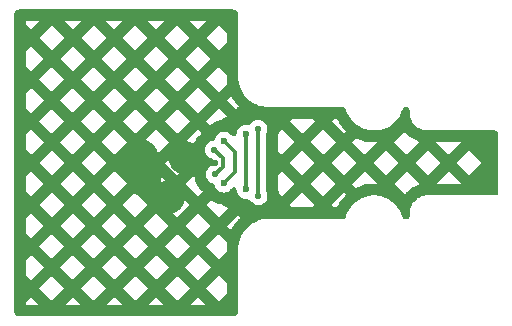
<source format=gbr>
%TF.GenerationSoftware,KiCad,Pcbnew,8.0.4*%
%TF.CreationDate,2024-07-27T12:09:47+02:00*%
%TF.ProjectId,PA3194G822_R03,50413331-3934-4473-9832-325f5230332e,3*%
%TF.SameCoordinates,Original*%
%TF.FileFunction,Copper,L2,Bot*%
%TF.FilePolarity,Positive*%
%FSLAX46Y46*%
G04 Gerber Fmt 4.6, Leading zero omitted, Abs format (unit mm)*
G04 Created by KiCad (PCBNEW 8.0.4) date 2024-07-27 12:09:47*
%MOMM*%
%LPD*%
G01*
G04 APERTURE LIST*
%TA.AperFunction,ViaPad*%
%ADD10C,0.600000*%
%TD*%
%TA.AperFunction,ViaPad*%
%ADD11C,0.550000*%
%TD*%
%TA.AperFunction,Conductor*%
%ADD12C,0.300000*%
%TD*%
G04 APERTURE END LIST*
D10*
%TO.N,GND*%
X119015000Y-99580000D03*
X123060000Y-97340000D03*
X115290000Y-99420000D03*
D11*
X121520000Y-100000000D03*
D10*
X123080000Y-102480000D03*
X124250000Y-96440000D03*
X117580000Y-102890000D03*
D11*
X120910000Y-100000000D03*
D10*
X115560000Y-101490000D03*
X124540000Y-103570000D03*
D11*
%TO.N,/VDD*%
X121475000Y-98875000D03*
X121540000Y-100980000D03*
D10*
%TO.N,/SPI_CS*%
X122300000Y-98150000D03*
X122275000Y-101700000D03*
%TO.N,/SPI_SDI*%
X124150000Y-97575000D03*
X124175000Y-102250000D03*
D11*
%TO.N,/SPI_CLK*%
X125180000Y-97120000D03*
X125180000Y-102790000D03*
%TD*%
D12*
%TO.N,/VDD*%
X122170000Y-100350000D02*
X122170000Y-99570000D01*
X121540000Y-100980000D02*
X122170000Y-100350000D01*
X122170000Y-99570000D02*
X121475000Y-98875000D01*
%TO.N,/SPI_CS*%
X123230000Y-100745000D02*
X122275000Y-101700000D01*
X122300000Y-98150000D02*
X123230000Y-99080000D01*
X123230000Y-99080000D02*
X123230000Y-100745000D01*
%TO.N,/SPI_SDI*%
X124175000Y-102250000D02*
X124175000Y-97600000D01*
X124150000Y-102225000D02*
X124175000Y-102250000D01*
X124175000Y-97600000D02*
X124150000Y-97575000D01*
%TO.N,/SPI_CLK*%
X125180000Y-97120000D02*
X125180000Y-102790000D01*
%TD*%
%TA.AperFunction,Conductor*%
%TO.N,GND*%
G36*
X123013882Y-87002064D02*
G01*
X123083282Y-87009884D01*
X123137622Y-87022287D01*
X123190248Y-87040701D01*
X123240480Y-87064892D01*
X123287674Y-87094546D01*
X123331268Y-87129310D01*
X123370689Y-87168731D01*
X123405453Y-87212325D01*
X123435107Y-87259519D01*
X123459300Y-87309756D01*
X123477710Y-87362369D01*
X123490117Y-87416727D01*
X123492075Y-87434108D01*
X123497934Y-87486100D01*
X123499500Y-87513981D01*
X123499500Y-92684108D01*
X123499500Y-92750000D01*
X123499500Y-92901252D01*
X123524435Y-93106614D01*
X123535962Y-93201546D01*
X123608357Y-93495267D01*
X123715624Y-93778107D01*
X123715632Y-93778124D01*
X123856200Y-94045954D01*
X123856211Y-94045972D01*
X123986161Y-94234237D01*
X124028050Y-94294924D01*
X124228648Y-94521352D01*
X124455076Y-94721950D01*
X124455085Y-94721956D01*
X124684609Y-94880385D01*
X124704033Y-94893792D01*
X124704036Y-94893794D01*
X124704045Y-94893799D01*
X124971875Y-95034367D01*
X124971880Y-95034369D01*
X124971887Y-95034373D01*
X125254734Y-95141643D01*
X125548449Y-95214037D01*
X125848748Y-95250500D01*
X125934108Y-95250500D01*
X132352948Y-95250500D01*
X132448236Y-95269454D01*
X132529018Y-95323430D01*
X132582994Y-95404212D01*
X132594712Y-95439909D01*
X132608356Y-95495263D01*
X132715624Y-95778107D01*
X132715632Y-95778124D01*
X132856200Y-96045954D01*
X132856211Y-96045972D01*
X133014791Y-96275715D01*
X133028050Y-96294924D01*
X133228648Y-96521352D01*
X133455076Y-96721950D01*
X133519466Y-96766395D01*
X133684609Y-96880385D01*
X133704033Y-96893792D01*
X133704036Y-96893794D01*
X133704045Y-96893799D01*
X133971875Y-97034367D01*
X133971880Y-97034369D01*
X133971887Y-97034373D01*
X134254734Y-97141643D01*
X134548449Y-97214037D01*
X134848748Y-97250500D01*
X134848754Y-97250500D01*
X135151246Y-97250500D01*
X135151252Y-97250500D01*
X135451551Y-97214037D01*
X135745266Y-97141643D01*
X136028113Y-97034373D01*
X136230542Y-96928130D01*
X136295954Y-96893799D01*
X136295956Y-96893797D01*
X136295967Y-96893792D01*
X136544924Y-96721950D01*
X136771352Y-96521352D01*
X136971950Y-96294924D01*
X137143792Y-96045967D01*
X137284373Y-95778113D01*
X137391643Y-95495266D01*
X137398131Y-95468940D01*
X137405288Y-95439909D01*
X137446496Y-95351926D01*
X137518236Y-95286410D01*
X137609588Y-95253335D01*
X137647052Y-95250500D01*
X137750500Y-95250500D01*
X137845788Y-95269454D01*
X137926570Y-95323430D01*
X137980546Y-95404212D01*
X137999500Y-95499500D01*
X137999500Y-95684108D01*
X137999500Y-95750000D01*
X137999500Y-95857318D01*
X138030046Y-96069769D01*
X138090516Y-96275710D01*
X138090517Y-96275713D01*
X138090518Y-96275715D01*
X138090519Y-96275718D01*
X138179677Y-96470946D01*
X138179684Y-96470959D01*
X138213200Y-96523110D01*
X138295719Y-96651513D01*
X138436276Y-96813724D01*
X138598487Y-96954281D01*
X138723117Y-97034375D01*
X138779040Y-97070315D01*
X138779044Y-97070317D01*
X138779050Y-97070321D01*
X138974290Y-97159484D01*
X139180231Y-97219954D01*
X139392682Y-97250500D01*
X139434108Y-97250500D01*
X145250500Y-97250500D01*
X145345788Y-97269454D01*
X145426570Y-97323430D01*
X145480546Y-97404212D01*
X145499500Y-97499500D01*
X145499500Y-102500500D01*
X145480546Y-102595788D01*
X145426570Y-102676570D01*
X145345788Y-102730546D01*
X145250500Y-102749500D01*
X139565892Y-102749500D01*
X139500000Y-102749500D01*
X139392682Y-102749500D01*
X139180231Y-102780046D01*
X138974290Y-102840516D01*
X138974288Y-102840516D01*
X138974284Y-102840518D01*
X138974281Y-102840519D01*
X138779053Y-102929677D01*
X138779040Y-102929684D01*
X138658251Y-103007311D01*
X138598487Y-103045719D01*
X138581697Y-103060268D01*
X138436281Y-103186271D01*
X138436271Y-103186281D01*
X138358031Y-103276575D01*
X138295719Y-103348487D01*
X138295714Y-103348495D01*
X138179684Y-103529040D01*
X138179677Y-103529053D01*
X138090519Y-103724281D01*
X138090518Y-103724284D01*
X138090516Y-103724288D01*
X138090516Y-103724290D01*
X138030046Y-103930231D01*
X138000526Y-104135552D01*
X137999500Y-104142685D01*
X137999500Y-104500500D01*
X137980546Y-104595788D01*
X137926570Y-104676570D01*
X137845788Y-104730546D01*
X137750500Y-104749500D01*
X137647052Y-104749500D01*
X137551764Y-104730546D01*
X137470982Y-104676570D01*
X137417006Y-104595788D01*
X137405288Y-104560091D01*
X137391643Y-104504736D01*
X137391643Y-104504734D01*
X137284373Y-104221887D01*
X137284367Y-104221875D01*
X137143799Y-103954045D01*
X137143788Y-103954027D01*
X137053962Y-103823891D01*
X136971950Y-103705076D01*
X136771352Y-103478648D01*
X136544924Y-103278050D01*
X136542747Y-103276547D01*
X136295972Y-103106211D01*
X136295954Y-103106200D01*
X136028124Y-102965632D01*
X136028107Y-102965624D01*
X135745267Y-102858357D01*
X135594084Y-102821094D01*
X135451551Y-102785963D01*
X135451549Y-102785962D01*
X135451547Y-102785962D01*
X135327277Y-102770873D01*
X135151252Y-102749500D01*
X134848748Y-102749500D01*
X134672722Y-102770873D01*
X134548453Y-102785962D01*
X134254732Y-102858357D01*
X133971892Y-102965624D01*
X133971875Y-102965632D01*
X133704045Y-103106200D01*
X133704027Y-103106211D01*
X133455085Y-103278043D01*
X133455072Y-103278053D01*
X133228653Y-103478643D01*
X133228643Y-103478653D01*
X133028053Y-103705072D01*
X133028043Y-103705085D01*
X132856211Y-103954027D01*
X132856200Y-103954045D01*
X132715632Y-104221875D01*
X132715624Y-104221892D01*
X132608356Y-104504736D01*
X132594712Y-104560091D01*
X132553504Y-104648074D01*
X132481764Y-104713590D01*
X132390412Y-104746665D01*
X132352948Y-104749500D01*
X126065892Y-104749500D01*
X126000000Y-104749500D01*
X125848748Y-104749500D01*
X125672722Y-104770873D01*
X125548453Y-104785962D01*
X125254732Y-104858357D01*
X124971892Y-104965624D01*
X124971875Y-104965632D01*
X124704045Y-105106200D01*
X124704027Y-105106211D01*
X124455085Y-105278043D01*
X124455072Y-105278053D01*
X124228653Y-105478643D01*
X124228643Y-105478653D01*
X124028053Y-105705072D01*
X124028043Y-105705085D01*
X123856211Y-105954027D01*
X123856200Y-105954045D01*
X123715632Y-106221875D01*
X123715624Y-106221892D01*
X123608357Y-106504732D01*
X123535962Y-106798453D01*
X123532430Y-106827542D01*
X123499500Y-107098748D01*
X123499500Y-107098754D01*
X123499500Y-112486018D01*
X123497934Y-112513899D01*
X123490117Y-112583272D01*
X123477710Y-112637630D01*
X123459300Y-112690243D01*
X123435107Y-112740480D01*
X123405453Y-112787674D01*
X123370689Y-112831268D01*
X123331268Y-112870689D01*
X123287674Y-112905453D01*
X123240480Y-112935107D01*
X123190243Y-112959300D01*
X123137630Y-112977710D01*
X123083272Y-112990117D01*
X123047446Y-112994153D01*
X123013897Y-112997934D01*
X122986018Y-112999500D01*
X105013982Y-112999500D01*
X104986102Y-112997934D01*
X104916727Y-112990117D01*
X104862371Y-112977710D01*
X104809755Y-112959299D01*
X104759519Y-112935107D01*
X104712325Y-112905453D01*
X104668731Y-112870689D01*
X104629310Y-112831268D01*
X104594546Y-112787674D01*
X104564892Y-112740480D01*
X104540701Y-112690248D01*
X104522287Y-112637622D01*
X104509884Y-112583282D01*
X104502064Y-112513882D01*
X104500500Y-112486018D01*
X104500500Y-111752558D01*
X105498500Y-111752558D01*
X105498500Y-112001500D01*
X106627968Y-112001500D01*
X108785093Y-112001500D01*
X110163502Y-112001500D01*
X112320627Y-112001500D01*
X113699036Y-112001500D01*
X115856161Y-112001500D01*
X117234570Y-112001500D01*
X119391694Y-112001500D01*
X120770104Y-112001500D01*
X120080899Y-111312295D01*
X119391694Y-112001500D01*
X117234570Y-112001500D01*
X116545365Y-111312295D01*
X115856161Y-112001500D01*
X113699036Y-112001500D01*
X113009831Y-111312295D01*
X112320627Y-112001500D01*
X110163502Y-112001500D01*
X109474297Y-111312295D01*
X108785093Y-112001500D01*
X106627968Y-112001500D01*
X105938763Y-111312295D01*
X105498500Y-111752558D01*
X104500500Y-111752558D01*
X104500500Y-110606601D01*
X106644456Y-110606601D01*
X107706530Y-111668675D01*
X108768603Y-110606601D01*
X110179990Y-110606601D01*
X111242064Y-111668675D01*
X112304137Y-110606601D01*
X113715524Y-110606601D01*
X114777598Y-111668675D01*
X115839671Y-110606601D01*
X117251058Y-110606601D01*
X118313132Y-111668675D01*
X119375205Y-110606601D01*
X120786592Y-110606601D01*
X121848665Y-111668675D01*
X122501500Y-111015841D01*
X122501500Y-110197362D01*
X121848666Y-109544528D01*
X120786592Y-110606601D01*
X119375205Y-110606601D01*
X118313132Y-109544528D01*
X117251058Y-110606601D01*
X115839671Y-110606601D01*
X114777598Y-109544528D01*
X113715524Y-110606601D01*
X112304137Y-110606601D01*
X111242064Y-109544528D01*
X110179990Y-110606601D01*
X108768603Y-110606601D01*
X107706530Y-109544528D01*
X106644456Y-110606601D01*
X104500500Y-110606601D01*
X104500500Y-108217024D01*
X105498500Y-108217024D01*
X105498500Y-109460645D01*
X105938763Y-109900908D01*
X107000836Y-108838834D01*
X108412223Y-108838834D01*
X109474297Y-109900908D01*
X110536370Y-108838834D01*
X111947757Y-108838834D01*
X113009831Y-109900908D01*
X114071904Y-108838834D01*
X115483291Y-108838834D01*
X116545365Y-109900908D01*
X117607438Y-108838834D01*
X119018825Y-108838834D01*
X120080899Y-109900908D01*
X121142972Y-108838834D01*
X120080899Y-107776761D01*
X119018825Y-108838834D01*
X117607438Y-108838834D01*
X116545365Y-107776761D01*
X115483291Y-108838834D01*
X114071904Y-108838834D01*
X113009831Y-107776761D01*
X111947757Y-108838834D01*
X110536370Y-108838834D01*
X109474297Y-107776761D01*
X108412223Y-108838834D01*
X107000836Y-108838834D01*
X105938763Y-107776761D01*
X105498500Y-108217024D01*
X104500500Y-108217024D01*
X104500500Y-107071067D01*
X106644456Y-107071067D01*
X107706530Y-108133141D01*
X108768603Y-107071067D01*
X110179990Y-107071067D01*
X111242064Y-108133141D01*
X112304137Y-107071067D01*
X113715524Y-107071067D01*
X114777598Y-108133141D01*
X115839671Y-107071067D01*
X117251058Y-107071067D01*
X118313132Y-108133141D01*
X119375205Y-107071067D01*
X120786592Y-107071067D01*
X121848665Y-108133141D01*
X122501500Y-107480307D01*
X122501500Y-107083668D01*
X122501614Y-107076137D01*
X122502071Y-107061033D01*
X122502411Y-107053527D01*
X122504232Y-107023428D01*
X122504801Y-107015919D01*
X122506168Y-107000884D01*
X122506960Y-106993418D01*
X122542270Y-106702598D01*
X121848666Y-106008994D01*
X120786592Y-107071067D01*
X119375205Y-107071067D01*
X118313132Y-106008994D01*
X117251058Y-107071067D01*
X115839671Y-107071067D01*
X114777598Y-106008994D01*
X113715524Y-107071067D01*
X112304137Y-107071067D01*
X111242064Y-106008994D01*
X110179990Y-107071067D01*
X108768603Y-107071067D01*
X107706530Y-106008994D01*
X106644456Y-107071067D01*
X104500500Y-107071067D01*
X104500500Y-104681490D01*
X105498500Y-104681490D01*
X105498500Y-105925111D01*
X105938763Y-106365374D01*
X107000836Y-105303300D01*
X108412223Y-105303300D01*
X109474297Y-106365374D01*
X110536370Y-105303300D01*
X111947757Y-105303300D01*
X113009831Y-106365374D01*
X114071904Y-105303300D01*
X115483291Y-105303300D01*
X116545365Y-106365374D01*
X117607438Y-105303300D01*
X119018825Y-105303300D01*
X120080899Y-106365374D01*
X121142971Y-105303301D01*
X122554358Y-105303301D01*
X122892936Y-105641879D01*
X122979530Y-105476890D01*
X122983125Y-105470284D01*
X122990545Y-105457128D01*
X122994336Y-105450637D01*
X123009935Y-105424832D01*
X123013927Y-105418449D01*
X123022128Y-105405765D01*
X123026305Y-105399513D01*
X123215277Y-105125739D01*
X123219642Y-105119615D01*
X123228596Y-105107446D01*
X123233149Y-105101450D01*
X123251746Y-105077714D01*
X123256469Y-105071870D01*
X123266138Y-105060268D01*
X123271041Y-105054563D01*
X123491632Y-104805567D01*
X123496705Y-104800011D01*
X123507058Y-104789013D01*
X123512294Y-104783616D01*
X123533616Y-104762294D01*
X123539013Y-104757058D01*
X123550011Y-104746705D01*
X123555567Y-104741632D01*
X123653469Y-104654897D01*
X123518748Y-104532082D01*
X123487793Y-104498126D01*
X123432608Y-104425050D01*
X122554358Y-105303301D01*
X121142971Y-105303301D01*
X121142972Y-105303300D01*
X120080899Y-104241227D01*
X119018825Y-105303300D01*
X117607438Y-105303300D01*
X116545459Y-104241321D01*
X117956846Y-104241321D01*
X118313132Y-104597607D01*
X119375205Y-103535533D01*
X120786592Y-103535533D01*
X121848666Y-104597607D01*
X122637417Y-103808855D01*
X122475256Y-103746034D01*
X122434124Y-103725552D01*
X122252920Y-103613356D01*
X122216250Y-103585665D01*
X122113109Y-103491638D01*
X121956166Y-103473956D01*
X121942334Y-103472004D01*
X121914667Y-103467303D01*
X121900966Y-103464577D01*
X121846345Y-103452109D01*
X121832822Y-103448620D01*
X121805867Y-103440854D01*
X121792562Y-103436614D01*
X121569421Y-103358533D01*
X121556379Y-103353554D01*
X121530463Y-103342820D01*
X121517713Y-103337116D01*
X121467236Y-103312809D01*
X121454818Y-103306393D01*
X121430257Y-103292818D01*
X121418232Y-103285725D01*
X121218051Y-103159944D01*
X121206436Y-103152183D01*
X121185089Y-103137036D01*
X120786592Y-103535533D01*
X119375205Y-103535533D01*
X118963341Y-103123669D01*
X118963200Y-103125192D01*
X118954757Y-103170359D01*
X118896432Y-103375350D01*
X118879833Y-103418196D01*
X118784835Y-103608979D01*
X118760645Y-103648048D01*
X118632207Y-103818126D01*
X118601252Y-103852082D01*
X118443750Y-103995665D01*
X118407080Y-104023356D01*
X118225876Y-104135552D01*
X118184744Y-104156034D01*
X117986010Y-104233024D01*
X117956846Y-104241321D01*
X116545459Y-104241321D01*
X116545365Y-104241227D01*
X115483291Y-105303300D01*
X114071904Y-105303300D01*
X113009831Y-104241227D01*
X111947757Y-105303300D01*
X110536370Y-105303300D01*
X109474297Y-104241227D01*
X108412223Y-105303300D01*
X107000836Y-105303300D01*
X105938763Y-104241227D01*
X105498500Y-104681490D01*
X104500500Y-104681490D01*
X104500500Y-103535533D01*
X106644456Y-103535533D01*
X107706530Y-104597607D01*
X108768603Y-103535533D01*
X110179990Y-103535533D01*
X111242064Y-104597607D01*
X112304137Y-103535533D01*
X113715524Y-103535533D01*
X114777598Y-104597607D01*
X115839671Y-103535533D01*
X115126520Y-102822382D01*
X114955256Y-102756034D01*
X114914124Y-102735552D01*
X114732920Y-102623356D01*
X114696250Y-102595665D01*
X114674876Y-102576180D01*
X113715524Y-103535533D01*
X112304137Y-103535533D01*
X111242064Y-102473460D01*
X110179990Y-103535533D01*
X108768603Y-103535533D01*
X107706530Y-102473460D01*
X106644456Y-103535533D01*
X104500500Y-103535533D01*
X104500500Y-101145956D01*
X105498500Y-101145956D01*
X105498500Y-102389577D01*
X105938763Y-102829840D01*
X107000836Y-101767766D01*
X108412223Y-101767766D01*
X109474297Y-102829840D01*
X110536370Y-101767766D01*
X111947757Y-101767766D01*
X113009831Y-102829840D01*
X114071904Y-101767766D01*
X119018824Y-101767766D01*
X120080898Y-102829840D01*
X120493777Y-102416961D01*
X120487127Y-102412517D01*
X120464246Y-102396282D01*
X120453092Y-102387888D01*
X120409289Y-102352958D01*
X120398612Y-102343943D01*
X120377689Y-102325245D01*
X120367540Y-102315650D01*
X120204350Y-102152460D01*
X120194755Y-102142311D01*
X120176057Y-102121388D01*
X120167042Y-102110711D01*
X120132112Y-102066908D01*
X120123718Y-102055754D01*
X120107483Y-102032873D01*
X120099721Y-102021257D01*
X119976942Y-101825851D01*
X119969851Y-101813830D01*
X119956280Y-101789277D01*
X119949867Y-101776863D01*
X119925560Y-101726390D01*
X119919852Y-101713634D01*
X119909115Y-101687711D01*
X119904137Y-101674669D01*
X119827914Y-101456841D01*
X119823673Y-101443535D01*
X119815907Y-101416580D01*
X119812418Y-101403057D01*
X119799950Y-101348436D01*
X119797224Y-101334733D01*
X119792523Y-101307065D01*
X119790571Y-101293234D01*
X119764732Y-101063901D01*
X119763558Y-101049983D01*
X119762125Y-101024466D01*
X119018824Y-101767766D01*
X114071904Y-101767766D01*
X113353667Y-101049529D01*
X116889201Y-101049529D01*
X116934757Y-101209641D01*
X116943200Y-101254808D01*
X116962865Y-101467025D01*
X116962865Y-101512975D01*
X116951483Y-101635803D01*
X116975256Y-101623966D01*
X117173990Y-101546976D01*
X117218185Y-101534402D01*
X117349522Y-101509850D01*
X116889201Y-101049529D01*
X113353667Y-101049529D01*
X113009831Y-100705693D01*
X111947757Y-101767766D01*
X110536370Y-101767766D01*
X109474297Y-100705693D01*
X108412223Y-101767766D01*
X107000836Y-101767766D01*
X105938763Y-100705693D01*
X105498500Y-101145956D01*
X104500500Y-101145956D01*
X104500500Y-99999999D01*
X106644456Y-99999999D01*
X107706530Y-101062073D01*
X108768603Y-99999999D01*
X110179990Y-99999999D01*
X111242064Y-101062073D01*
X112304137Y-99999999D01*
X117251058Y-99999999D01*
X118313132Y-101062073D01*
X118495966Y-100879238D01*
X118410256Y-100846034D01*
X118369124Y-100825552D01*
X118187920Y-100713356D01*
X118151250Y-100685665D01*
X117993748Y-100542082D01*
X117962793Y-100508126D01*
X117834355Y-100338048D01*
X117810165Y-100298979D01*
X117715167Y-100108196D01*
X117698568Y-100065350D01*
X117640243Y-99860359D01*
X117631800Y-99815192D01*
X117615183Y-99635874D01*
X117251058Y-99999999D01*
X112304137Y-99999999D01*
X111242064Y-98937926D01*
X110179990Y-99999999D01*
X108768603Y-99999999D01*
X107706530Y-98937926D01*
X106644456Y-99999999D01*
X104500500Y-99999999D01*
X104500500Y-97610422D01*
X105498500Y-97610422D01*
X105498500Y-98854043D01*
X105938763Y-99294306D01*
X107000836Y-98232232D01*
X108412223Y-98232232D01*
X109474297Y-99294306D01*
X110536370Y-98232232D01*
X111947757Y-98232232D01*
X113009831Y-99294306D01*
X114071904Y-98232232D01*
X113903964Y-98064292D01*
X115651231Y-98064292D01*
X115651815Y-98064402D01*
X115696010Y-98076976D01*
X115894744Y-98153966D01*
X115935876Y-98174448D01*
X116117080Y-98286644D01*
X116153750Y-98314335D01*
X116311252Y-98457918D01*
X116342207Y-98491874D01*
X116470645Y-98661952D01*
X116494835Y-98701021D01*
X116589833Y-98891804D01*
X116606432Y-98934650D01*
X116664757Y-99139641D01*
X116670312Y-99169359D01*
X116964676Y-98874995D01*
X120694593Y-98874995D01*
X120694593Y-98875004D01*
X120714157Y-99048647D01*
X120714158Y-99048655D01*
X120714159Y-99048657D01*
X120771878Y-99213606D01*
X120864853Y-99361576D01*
X120988424Y-99485147D01*
X121136394Y-99578122D01*
X121270085Y-99624903D01*
X121353764Y-99674265D01*
X121363913Y-99683859D01*
X121446570Y-99766516D01*
X121500546Y-99847298D01*
X121519500Y-99942586D01*
X121519500Y-99977414D01*
X121500546Y-100072702D01*
X121446571Y-100153482D01*
X121435752Y-100164301D01*
X121428908Y-100171145D01*
X121348125Y-100225119D01*
X121335085Y-100230096D01*
X121201395Y-100276877D01*
X121053424Y-100369852D01*
X120929852Y-100493424D01*
X120836878Y-100641394D01*
X120779158Y-100806344D01*
X120779157Y-100806352D01*
X120759593Y-100979995D01*
X120759593Y-100980004D01*
X120779157Y-101153647D01*
X120779158Y-101153655D01*
X120779159Y-101153657D01*
X120836878Y-101318606D01*
X120929853Y-101466576D01*
X121053424Y-101590147D01*
X121201394Y-101683122D01*
X121338462Y-101731085D01*
X121422140Y-101780445D01*
X121480561Y-101858073D01*
X121491246Y-101883867D01*
X121549211Y-102049522D01*
X121549212Y-102049523D01*
X121549214Y-102049529D01*
X121645180Y-102202257D01*
X121645182Y-102202259D01*
X121645184Y-102202262D01*
X121772738Y-102329816D01*
X121772740Y-102329817D01*
X121772742Y-102329819D01*
X121925470Y-102425785D01*
X121925473Y-102425786D01*
X121925478Y-102425789D01*
X122095745Y-102485368D01*
X122095754Y-102485369D01*
X122274996Y-102505565D01*
X122275000Y-102505565D01*
X122275004Y-102505565D01*
X122414908Y-102489801D01*
X122454255Y-102485368D01*
X122624522Y-102425789D01*
X122624527Y-102425785D01*
X122624529Y-102425785D01*
X122754779Y-102343943D01*
X122777262Y-102329816D01*
X122904816Y-102202262D01*
X122915632Y-102185046D01*
X122982376Y-102114450D01*
X123071056Y-102074767D01*
X123168173Y-102072041D01*
X123258941Y-102106687D01*
X123329540Y-102173432D01*
X123369223Y-102262112D01*
X123373901Y-102289644D01*
X123389630Y-102429245D01*
X123389631Y-102429251D01*
X123389632Y-102429255D01*
X123449211Y-102599522D01*
X123449212Y-102599523D01*
X123449214Y-102599529D01*
X123545180Y-102752257D01*
X123545182Y-102752259D01*
X123545184Y-102752262D01*
X123672738Y-102879816D01*
X123672740Y-102879817D01*
X123672742Y-102879819D01*
X123825470Y-102975785D01*
X123825473Y-102975786D01*
X123825478Y-102975789D01*
X123995745Y-103035368D01*
X123995754Y-103035369D01*
X124174996Y-103055565D01*
X124175000Y-103055565D01*
X124175001Y-103055565D01*
X124192272Y-103053618D01*
X124258586Y-103046147D01*
X124355395Y-103054312D01*
X124441712Y-103098904D01*
X124497299Y-103161106D01*
X124569834Y-103276547D01*
X124569853Y-103276576D01*
X124693424Y-103400147D01*
X124841394Y-103493122D01*
X125006343Y-103550841D01*
X125006352Y-103550842D01*
X125179996Y-103570407D01*
X125180000Y-103570407D01*
X125180004Y-103570407D01*
X125315542Y-103555135D01*
X125353657Y-103550841D01*
X125397401Y-103535534D01*
X127857660Y-103535534D01*
X128073626Y-103751500D01*
X129765841Y-103751500D01*
X129981806Y-103535534D01*
X131393194Y-103535534D01*
X131609160Y-103751500D01*
X131835403Y-103751500D01*
X131979530Y-103476890D01*
X131983125Y-103470284D01*
X131990545Y-103457128D01*
X131994336Y-103450637D01*
X132009935Y-103424832D01*
X132013927Y-103418449D01*
X132022128Y-103405765D01*
X132026305Y-103399513D01*
X132215277Y-103125739D01*
X132219642Y-103119615D01*
X132228596Y-103107446D01*
X132233149Y-103101450D01*
X132251746Y-103077714D01*
X132256469Y-103071870D01*
X132266138Y-103060268D01*
X132271041Y-103054563D01*
X132491632Y-102805567D01*
X132496705Y-102800011D01*
X132507058Y-102789013D01*
X132512294Y-102783616D01*
X132533616Y-102762294D01*
X132539013Y-102757058D01*
X132550011Y-102746705D01*
X132555567Y-102741632D01*
X132644580Y-102662772D01*
X132455268Y-102473459D01*
X131393194Y-103535534D01*
X129981806Y-103535534D01*
X129981807Y-103535533D01*
X128919733Y-102473460D01*
X127857660Y-103535534D01*
X125397401Y-103535534D01*
X125518606Y-103493122D01*
X125666576Y-103400147D01*
X125790147Y-103276576D01*
X125883122Y-103128606D01*
X125940841Y-102963657D01*
X125950287Y-102879819D01*
X125960407Y-102790004D01*
X125960407Y-102789995D01*
X125940842Y-102616352D01*
X125940841Y-102616344D01*
X125906869Y-102519259D01*
X125883122Y-102451394D01*
X125868664Y-102428384D01*
X125834018Y-102337619D01*
X125830500Y-102295910D01*
X125830500Y-101029160D01*
X126828500Y-101029160D01*
X126828500Y-102131440D01*
X126892087Y-102313159D01*
X126896327Y-102326465D01*
X126904093Y-102353420D01*
X126907582Y-102366943D01*
X126920050Y-102421564D01*
X126922776Y-102435267D01*
X126927477Y-102462935D01*
X126929429Y-102476766D01*
X126946004Y-102623877D01*
X127151967Y-102829840D01*
X128214040Y-101767766D01*
X129625427Y-101767766D01*
X130687500Y-102829840D01*
X131749573Y-101767767D01*
X133160961Y-101767767D01*
X133486479Y-102093285D01*
X133521441Y-102074937D01*
X133528155Y-102071541D01*
X133541733Y-102064930D01*
X133548542Y-102061741D01*
X133576038Y-102049366D01*
X133582937Y-102046385D01*
X133596895Y-102040603D01*
X133603892Y-102037828D01*
X133914934Y-101919865D01*
X133922002Y-101917306D01*
X133936279Y-101912379D01*
X133943430Y-101910031D01*
X133972219Y-101901060D01*
X133979423Y-101898934D01*
X133993974Y-101894877D01*
X134001259Y-101892964D01*
X134324247Y-101813356D01*
X134331560Y-101811670D01*
X134346318Y-101808501D01*
X134353704Y-101807032D01*
X134383363Y-101801596D01*
X134390776Y-101800353D01*
X134405719Y-101798078D01*
X134413184Y-101797056D01*
X134654419Y-101767766D01*
X136696495Y-101767766D01*
X137579634Y-102650905D01*
X137693706Y-102519259D01*
X137699647Y-102512645D01*
X137711812Y-102499579D01*
X137717983Y-102493183D01*
X137743183Y-102467983D01*
X137749579Y-102461812D01*
X137762645Y-102449647D01*
X137769259Y-102443706D01*
X137958404Y-102279811D01*
X137965232Y-102274105D01*
X137979134Y-102262903D01*
X137986143Y-102257459D01*
X138014673Y-102236101D01*
X138021892Y-102230895D01*
X138036555Y-102220715D01*
X138043939Y-102215781D01*
X138254482Y-102080473D01*
X138262056Y-102075795D01*
X138277412Y-102066685D01*
X138285125Y-102062293D01*
X138316403Y-102045214D01*
X138324285Y-102041091D01*
X138340246Y-102033102D01*
X138348257Y-102029269D01*
X138575916Y-101925299D01*
X138584077Y-101921747D01*
X138600580Y-101914912D01*
X138608850Y-101911659D01*
X138642241Y-101899206D01*
X138650622Y-101896249D01*
X138667551Y-101890615D01*
X138676026Y-101887962D01*
X138710598Y-101877810D01*
X138820642Y-101767767D01*
X138804375Y-101751500D01*
X140248296Y-101751500D01*
X142339909Y-101751500D01*
X141294102Y-100705693D01*
X140248296Y-101751500D01*
X138804375Y-101751500D01*
X137758568Y-100705693D01*
X136696495Y-101767766D01*
X134654419Y-101767766D01*
X134743418Y-101756960D01*
X134750884Y-101756168D01*
X134765919Y-101754801D01*
X134773428Y-101754232D01*
X134803527Y-101752411D01*
X134811033Y-101752071D01*
X134826137Y-101751614D01*
X134833668Y-101751500D01*
X135166332Y-101751500D01*
X135173863Y-101751614D01*
X135188967Y-101752071D01*
X135196473Y-101752411D01*
X135226572Y-101754232D01*
X135234081Y-101754801D01*
X135249116Y-101756168D01*
X135256581Y-101756960D01*
X135276749Y-101759408D01*
X134223034Y-100705693D01*
X133160961Y-101767767D01*
X131749573Y-101767767D01*
X131749574Y-101767766D01*
X130687500Y-100705693D01*
X129625427Y-101767766D01*
X128214040Y-101767766D01*
X127151966Y-100705693D01*
X126828500Y-101029160D01*
X125830500Y-101029160D01*
X125830500Y-99999999D01*
X127857660Y-99999999D01*
X128919733Y-101062073D01*
X129981807Y-99999999D01*
X131393194Y-99999999D01*
X132455267Y-101062073D01*
X133517341Y-99999999D01*
X134928728Y-99999999D01*
X135990801Y-101062073D01*
X137052875Y-99999999D01*
X138464262Y-99999999D01*
X139526335Y-101062073D01*
X140588409Y-99999999D01*
X141999795Y-99999999D01*
X143061869Y-101062073D01*
X144123942Y-99999999D01*
X143061869Y-98937926D01*
X141999795Y-99999999D01*
X140588409Y-99999999D01*
X139526335Y-98937926D01*
X138464262Y-99999999D01*
X137052875Y-99999999D01*
X135990801Y-98937926D01*
X134928728Y-99999999D01*
X133517341Y-99999999D01*
X132455267Y-98937926D01*
X131393194Y-99999999D01*
X129981807Y-99999999D01*
X128919733Y-98937926D01*
X127857660Y-99999999D01*
X125830500Y-99999999D01*
X125830500Y-97778556D01*
X126828500Y-97778556D01*
X126828500Y-98970839D01*
X127151967Y-99294306D01*
X128214040Y-98232232D01*
X129625427Y-98232232D01*
X130687500Y-99294306D01*
X131749574Y-98232232D01*
X133160960Y-98232232D01*
X134223034Y-99294306D01*
X135276749Y-98240591D01*
X135256583Y-98243040D01*
X135249116Y-98243832D01*
X135234081Y-98245199D01*
X135226572Y-98245768D01*
X135196473Y-98247589D01*
X135188967Y-98247929D01*
X135173863Y-98248386D01*
X135166332Y-98248500D01*
X134833668Y-98248500D01*
X134826137Y-98248386D01*
X134811033Y-98247929D01*
X134803527Y-98247589D01*
X134773428Y-98245768D01*
X134765919Y-98245199D01*
X134750884Y-98243832D01*
X134743418Y-98243040D01*
X134654402Y-98232232D01*
X136696494Y-98232232D01*
X137758568Y-99294306D01*
X138804374Y-98248500D01*
X140248296Y-98248500D01*
X141294102Y-99294306D01*
X142339909Y-98248500D01*
X140248296Y-98248500D01*
X138804374Y-98248500D01*
X138820642Y-98232232D01*
X138710600Y-98122189D01*
X138676029Y-98112039D01*
X138667551Y-98109385D01*
X138650622Y-98103751D01*
X138642241Y-98100794D01*
X138608850Y-98088341D01*
X138600580Y-98085088D01*
X138584077Y-98078253D01*
X138575916Y-98074701D01*
X138348257Y-97970731D01*
X138340246Y-97966898D01*
X138324285Y-97958909D01*
X138316403Y-97954786D01*
X138285125Y-97937707D01*
X138277412Y-97933315D01*
X138262056Y-97924205D01*
X138254482Y-97919527D01*
X138043939Y-97784219D01*
X138036555Y-97779285D01*
X138021892Y-97769105D01*
X138014673Y-97763899D01*
X137986143Y-97742541D01*
X137979134Y-97737097D01*
X137965232Y-97725895D01*
X137958404Y-97720189D01*
X137769259Y-97556294D01*
X137762645Y-97550353D01*
X137749579Y-97538188D01*
X137743183Y-97532017D01*
X137717983Y-97506817D01*
X137711812Y-97500421D01*
X137699647Y-97487355D01*
X137693706Y-97480741D01*
X137579633Y-97349093D01*
X136696494Y-98232232D01*
X134654402Y-98232232D01*
X134413184Y-98202944D01*
X134405719Y-98201922D01*
X134390776Y-98199647D01*
X134383363Y-98198404D01*
X134353704Y-98192968D01*
X134346318Y-98191499D01*
X134331560Y-98188330D01*
X134324247Y-98186644D01*
X134001259Y-98107036D01*
X133993974Y-98105123D01*
X133979423Y-98101066D01*
X133972219Y-98098940D01*
X133943430Y-98089969D01*
X133936279Y-98087621D01*
X133922002Y-98082694D01*
X133914934Y-98080135D01*
X133603892Y-97962172D01*
X133596895Y-97959397D01*
X133582937Y-97953615D01*
X133576038Y-97950634D01*
X133548542Y-97938259D01*
X133541733Y-97935070D01*
X133528155Y-97928459D01*
X133521440Y-97925063D01*
X133486478Y-97906713D01*
X133160960Y-98232232D01*
X131749574Y-98232232D01*
X130687500Y-97170159D01*
X129625427Y-98232232D01*
X128214040Y-98232232D01*
X127151966Y-97170158D01*
X126934577Y-97387546D01*
X126929430Y-97433233D01*
X126927477Y-97447065D01*
X126922776Y-97474733D01*
X126920050Y-97488436D01*
X126907582Y-97543057D01*
X126904093Y-97556580D01*
X126896327Y-97583535D01*
X126892086Y-97596841D01*
X126828500Y-97778556D01*
X125830500Y-97778556D01*
X125830500Y-97614089D01*
X125849454Y-97518801D01*
X125868666Y-97481612D01*
X125883122Y-97458606D01*
X125940841Y-97293657D01*
X125949145Y-97219953D01*
X125960407Y-97120004D01*
X125960407Y-97119995D01*
X125940842Y-96946352D01*
X125940841Y-96946344D01*
X125940434Y-96945180D01*
X125883122Y-96781394D01*
X125790147Y-96633424D01*
X125666576Y-96509853D01*
X125666575Y-96509852D01*
X125594341Y-96464465D01*
X127857660Y-96464465D01*
X128919733Y-97526539D01*
X129981807Y-96464466D01*
X129981806Y-96464465D01*
X131393194Y-96464465D01*
X132455268Y-97526539D01*
X132644580Y-97337226D01*
X132555567Y-97258368D01*
X132550011Y-97253295D01*
X132539013Y-97242942D01*
X132533616Y-97237706D01*
X132512294Y-97216384D01*
X132507058Y-97210987D01*
X132496705Y-97199989D01*
X132491632Y-97194433D01*
X132271041Y-96945437D01*
X132266138Y-96939732D01*
X132256469Y-96928130D01*
X132251746Y-96922286D01*
X132233149Y-96898550D01*
X132228596Y-96892554D01*
X132219642Y-96880385D01*
X132215277Y-96874261D01*
X132026305Y-96600487D01*
X132022128Y-96594235D01*
X132013927Y-96581551D01*
X132009935Y-96575168D01*
X131994336Y-96549363D01*
X131990545Y-96542872D01*
X131983125Y-96529716D01*
X131979530Y-96523110D01*
X131835403Y-96248500D01*
X131609160Y-96248500D01*
X131393194Y-96464465D01*
X129981806Y-96464465D01*
X129765841Y-96248500D01*
X128073626Y-96248500D01*
X127857660Y-96464465D01*
X125594341Y-96464465D01*
X125518606Y-96416878D01*
X125420924Y-96382697D01*
X125353655Y-96359158D01*
X125353647Y-96359157D01*
X125180004Y-96339593D01*
X125179996Y-96339593D01*
X125006352Y-96359157D01*
X125006344Y-96359158D01*
X124841394Y-96416878D01*
X124693424Y-96509852D01*
X124569850Y-96633426D01*
X124545520Y-96672147D01*
X124478774Y-96742745D01*
X124390092Y-96782426D01*
X124306810Y-96787102D01*
X124150004Y-96769435D01*
X124149996Y-96769435D01*
X123970754Y-96789630D01*
X123970746Y-96789631D01*
X123970745Y-96789632D01*
X123800478Y-96849211D01*
X123800476Y-96849211D01*
X123800476Y-96849212D01*
X123800470Y-96849214D01*
X123647742Y-96945180D01*
X123520180Y-97072742D01*
X123424214Y-97225470D01*
X123424211Y-97225476D01*
X123424211Y-97225478D01*
X123380957Y-97349093D01*
X123364632Y-97395746D01*
X123364630Y-97395753D01*
X123352974Y-97499203D01*
X123323470Y-97591770D01*
X123260788Y-97666000D01*
X123174471Y-97710592D01*
X123077660Y-97718757D01*
X122985093Y-97689253D01*
X122929474Y-97647396D01*
X122802262Y-97520184D01*
X122802259Y-97520182D01*
X122802257Y-97520180D01*
X122649529Y-97424214D01*
X122649524Y-97424212D01*
X122649522Y-97424211D01*
X122479255Y-97364632D01*
X122479251Y-97364631D01*
X122479245Y-97364630D01*
X122300004Y-97344435D01*
X122299996Y-97344435D01*
X122120754Y-97364630D01*
X122120746Y-97364631D01*
X122120745Y-97364632D01*
X121950478Y-97424211D01*
X121950476Y-97424211D01*
X121950476Y-97424212D01*
X121950470Y-97424214D01*
X121797742Y-97520180D01*
X121670180Y-97647742D01*
X121574214Y-97800470D01*
X121574209Y-97800481D01*
X121522817Y-97947351D01*
X121473455Y-98031031D01*
X121395827Y-98089452D01*
X121315670Y-98112544D01*
X121301352Y-98114157D01*
X121301344Y-98114158D01*
X121136394Y-98171878D01*
X120988424Y-98264852D01*
X120864852Y-98388424D01*
X120771878Y-98536394D01*
X120714158Y-98701344D01*
X120714157Y-98701352D01*
X120694593Y-98874995D01*
X116964676Y-98874995D01*
X117607438Y-98232232D01*
X117556206Y-98181000D01*
X119070058Y-98181000D01*
X119121563Y-98181000D01*
X119167317Y-98185240D01*
X119376815Y-98224402D01*
X119421010Y-98236976D01*
X119619744Y-98313966D01*
X119660876Y-98334448D01*
X119763067Y-98397721D01*
X119839137Y-98180331D01*
X119844115Y-98167289D01*
X119854852Y-98141366D01*
X119860560Y-98128610D01*
X119884867Y-98078137D01*
X119891280Y-98065723D01*
X119904851Y-98041170D01*
X119911942Y-98029149D01*
X120034721Y-97833743D01*
X120042483Y-97822127D01*
X120058718Y-97799246D01*
X120067112Y-97788092D01*
X120102042Y-97744289D01*
X120111057Y-97733612D01*
X120129755Y-97712689D01*
X120139350Y-97702540D01*
X120302540Y-97539350D01*
X120312689Y-97529755D01*
X120333612Y-97511057D01*
X120344289Y-97502042D01*
X120382394Y-97471654D01*
X120080899Y-97170159D01*
X119070058Y-98181000D01*
X117556206Y-98181000D01*
X116545365Y-97170159D01*
X115651231Y-98064292D01*
X113903964Y-98064292D01*
X113009831Y-97170159D01*
X111947757Y-98232232D01*
X110536370Y-98232232D01*
X109474297Y-97170159D01*
X108412223Y-98232232D01*
X107000836Y-98232232D01*
X105938763Y-97170159D01*
X105498500Y-97610422D01*
X104500500Y-97610422D01*
X104500500Y-96464465D01*
X106644456Y-96464465D01*
X107706530Y-97526539D01*
X108768603Y-96464465D01*
X110179990Y-96464465D01*
X111242064Y-97526539D01*
X112304137Y-96464465D01*
X113715524Y-96464465D01*
X114777598Y-97526539D01*
X115839671Y-96464465D01*
X117251058Y-96464465D01*
X118313132Y-97526539D01*
X119375204Y-96464466D01*
X120786591Y-96464466D01*
X121114400Y-96792274D01*
X121122002Y-96785089D01*
X121142921Y-96766395D01*
X121153586Y-96757389D01*
X121197387Y-96722457D01*
X121208551Y-96714055D01*
X121231436Y-96697817D01*
X121243051Y-96690056D01*
X121443232Y-96564275D01*
X121455257Y-96557182D01*
X121479818Y-96543607D01*
X121492236Y-96537191D01*
X121542713Y-96512884D01*
X121555463Y-96507180D01*
X121581379Y-96496446D01*
X121594421Y-96491467D01*
X121817562Y-96413386D01*
X121830867Y-96409146D01*
X121857822Y-96401380D01*
X121871345Y-96397891D01*
X121925966Y-96385423D01*
X121939667Y-96382697D01*
X121967334Y-96377996D01*
X121981166Y-96376044D01*
X122049214Y-96368376D01*
X122196250Y-96234335D01*
X122232920Y-96206644D01*
X122414124Y-96094448D01*
X122455256Y-96073966D01*
X122502094Y-96055820D01*
X121848666Y-95402392D01*
X120786591Y-96464466D01*
X119375204Y-96464466D01*
X119375205Y-96464465D01*
X118313132Y-95402392D01*
X117251058Y-96464465D01*
X115839671Y-96464465D01*
X114777598Y-95402392D01*
X113715524Y-96464465D01*
X112304137Y-96464465D01*
X111242064Y-95402392D01*
X110179990Y-96464465D01*
X108768603Y-96464465D01*
X107706530Y-95402392D01*
X106644456Y-96464465D01*
X104500500Y-96464465D01*
X104500500Y-94074888D01*
X105498500Y-94074888D01*
X105498500Y-95318510D01*
X105938762Y-95758773D01*
X107000837Y-94696699D01*
X108412223Y-94696699D01*
X109474297Y-95758772D01*
X110536371Y-94696699D01*
X111947757Y-94696699D01*
X113009831Y-95758772D01*
X114071905Y-94696699D01*
X115483291Y-94696699D01*
X116545365Y-95758772D01*
X117607439Y-94696699D01*
X119018825Y-94696699D01*
X120080899Y-95758773D01*
X121142973Y-94696699D01*
X121142972Y-94696698D01*
X122554358Y-94696698D01*
X123284632Y-95426972D01*
X123386250Y-95334335D01*
X123422920Y-95306644D01*
X123533866Y-95237949D01*
X123533616Y-95237706D01*
X123512294Y-95216384D01*
X123507058Y-95210987D01*
X123496705Y-95199989D01*
X123491632Y-95194433D01*
X123271041Y-94945437D01*
X123266138Y-94939732D01*
X123256469Y-94928130D01*
X123251746Y-94922286D01*
X123233149Y-94898550D01*
X123228596Y-94892554D01*
X123219642Y-94880385D01*
X123215277Y-94874261D01*
X123026305Y-94600487D01*
X123022128Y-94594235D01*
X123013927Y-94581551D01*
X123009935Y-94575168D01*
X122994336Y-94549363D01*
X122990545Y-94542872D01*
X122983125Y-94529716D01*
X122979530Y-94523110D01*
X122892936Y-94358120D01*
X122554358Y-94696698D01*
X121142972Y-94696698D01*
X120080899Y-93634625D01*
X119018825Y-94696699D01*
X117607439Y-94696699D01*
X116545365Y-93634625D01*
X115483291Y-94696699D01*
X114071905Y-94696699D01*
X113009831Y-93634625D01*
X111947757Y-94696699D01*
X110536371Y-94696699D01*
X109474297Y-93634625D01*
X108412223Y-94696699D01*
X107000837Y-94696699D01*
X105938763Y-93634625D01*
X105498500Y-94074888D01*
X104500500Y-94074888D01*
X104500500Y-92928932D01*
X106644456Y-92928932D01*
X107706530Y-93991005D01*
X108768604Y-92928932D01*
X110179990Y-92928932D01*
X111242064Y-93991005D01*
X112304138Y-92928932D01*
X113715524Y-92928932D01*
X114777598Y-93991005D01*
X115839672Y-92928932D01*
X117251058Y-92928932D01*
X118313132Y-93991005D01*
X119375206Y-92928932D01*
X120786592Y-92928932D01*
X121848666Y-93991006D01*
X122542270Y-93297401D01*
X122506960Y-93006582D01*
X122506168Y-92999116D01*
X122504801Y-92984081D01*
X122504232Y-92976572D01*
X122502411Y-92946473D01*
X122502071Y-92938967D01*
X122501614Y-92923863D01*
X122501500Y-92916332D01*
X122501500Y-92519692D01*
X121848666Y-91866858D01*
X120786592Y-92928932D01*
X119375206Y-92928932D01*
X118313132Y-91866858D01*
X117251058Y-92928932D01*
X115839672Y-92928932D01*
X114777598Y-91866858D01*
X113715524Y-92928932D01*
X112304138Y-92928932D01*
X111242064Y-91866858D01*
X110179990Y-92928932D01*
X108768604Y-92928932D01*
X107706530Y-91866858D01*
X106644456Y-92928932D01*
X104500500Y-92928932D01*
X104500500Y-90539355D01*
X105498500Y-90539355D01*
X105498500Y-91782976D01*
X105938762Y-92223239D01*
X107000836Y-91161165D01*
X108412223Y-91161165D01*
X109474297Y-92223238D01*
X110536370Y-91161165D01*
X111947757Y-91161165D01*
X113009831Y-92223238D01*
X114071904Y-91161165D01*
X115483291Y-91161165D01*
X116545365Y-92223238D01*
X117607438Y-91161165D01*
X119018825Y-91161165D01*
X120080899Y-92223239D01*
X121142972Y-91161165D01*
X120080899Y-90099091D01*
X119018825Y-91161165D01*
X117607438Y-91161165D01*
X116545365Y-90099091D01*
X115483291Y-91161165D01*
X114071904Y-91161165D01*
X113009831Y-90099091D01*
X111947757Y-91161165D01*
X110536370Y-91161165D01*
X109474297Y-90099091D01*
X108412223Y-91161165D01*
X107000836Y-91161165D01*
X105938763Y-90099091D01*
X105498500Y-90539355D01*
X104500500Y-90539355D01*
X104500500Y-89393398D01*
X106644456Y-89393398D01*
X107706530Y-90455471D01*
X108768603Y-89393398D01*
X110179990Y-89393398D01*
X111242064Y-90455471D01*
X112304137Y-89393398D01*
X113715524Y-89393398D01*
X114777598Y-90455471D01*
X115839671Y-89393398D01*
X117251058Y-89393398D01*
X118313132Y-90455471D01*
X119375205Y-89393398D01*
X120786592Y-89393398D01*
X121848666Y-90455472D01*
X122501500Y-89802638D01*
X122501500Y-88984157D01*
X121848666Y-88331324D01*
X120786592Y-89393398D01*
X119375205Y-89393398D01*
X118313132Y-88331324D01*
X117251058Y-89393398D01*
X115839671Y-89393398D01*
X114777598Y-88331324D01*
X113715524Y-89393398D01*
X112304137Y-89393398D01*
X111242064Y-88331324D01*
X110179990Y-89393398D01*
X108768603Y-89393398D01*
X107706530Y-88331324D01*
X106644456Y-89393398D01*
X104500500Y-89393398D01*
X104500500Y-88247442D01*
X105498500Y-88247442D01*
X105938762Y-88687705D01*
X106627968Y-87998500D01*
X108785093Y-87998500D01*
X109474297Y-88687704D01*
X110163502Y-87998500D01*
X112320627Y-87998500D01*
X113009831Y-88687704D01*
X113699036Y-87998500D01*
X115856161Y-87998500D01*
X116545365Y-88687704D01*
X117234570Y-87998500D01*
X119391694Y-87998500D01*
X120080899Y-88687705D01*
X120770104Y-87998500D01*
X119391694Y-87998500D01*
X117234570Y-87998500D01*
X115856161Y-87998500D01*
X113699036Y-87998500D01*
X112320627Y-87998500D01*
X110163502Y-87998500D01*
X108785093Y-87998500D01*
X106627968Y-87998500D01*
X105498500Y-87998500D01*
X105498500Y-88247442D01*
X104500500Y-88247442D01*
X104500500Y-87513981D01*
X104502064Y-87486118D01*
X104509884Y-87416715D01*
X104522286Y-87362379D01*
X104540702Y-87309747D01*
X104564889Y-87259525D01*
X104594550Y-87212319D01*
X104629306Y-87168735D01*
X104668735Y-87129306D01*
X104712319Y-87094550D01*
X104759525Y-87064889D01*
X104809747Y-87040702D01*
X104862379Y-87022286D01*
X104916717Y-87009884D01*
X104986116Y-87002064D01*
X105013982Y-87000500D01*
X105065892Y-87000500D01*
X122934108Y-87000500D01*
X122986018Y-87000500D01*
X123013882Y-87002064D01*
G37*
%TD.AperFunction*%
%TD*%
M02*

</source>
